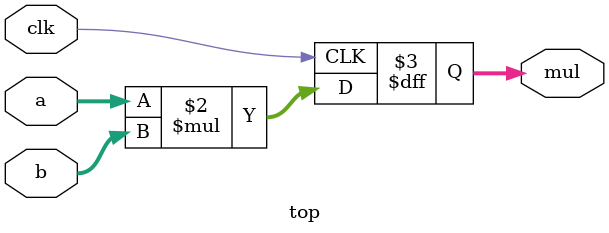
<source format=sv>
module top
(
  input clk,
  input [3:0] a,b,
  output reg [7:0] mul
);
  
  always@(posedge clk)
    begin
      mul <= a * b;
    end  
endmodule
</source>
